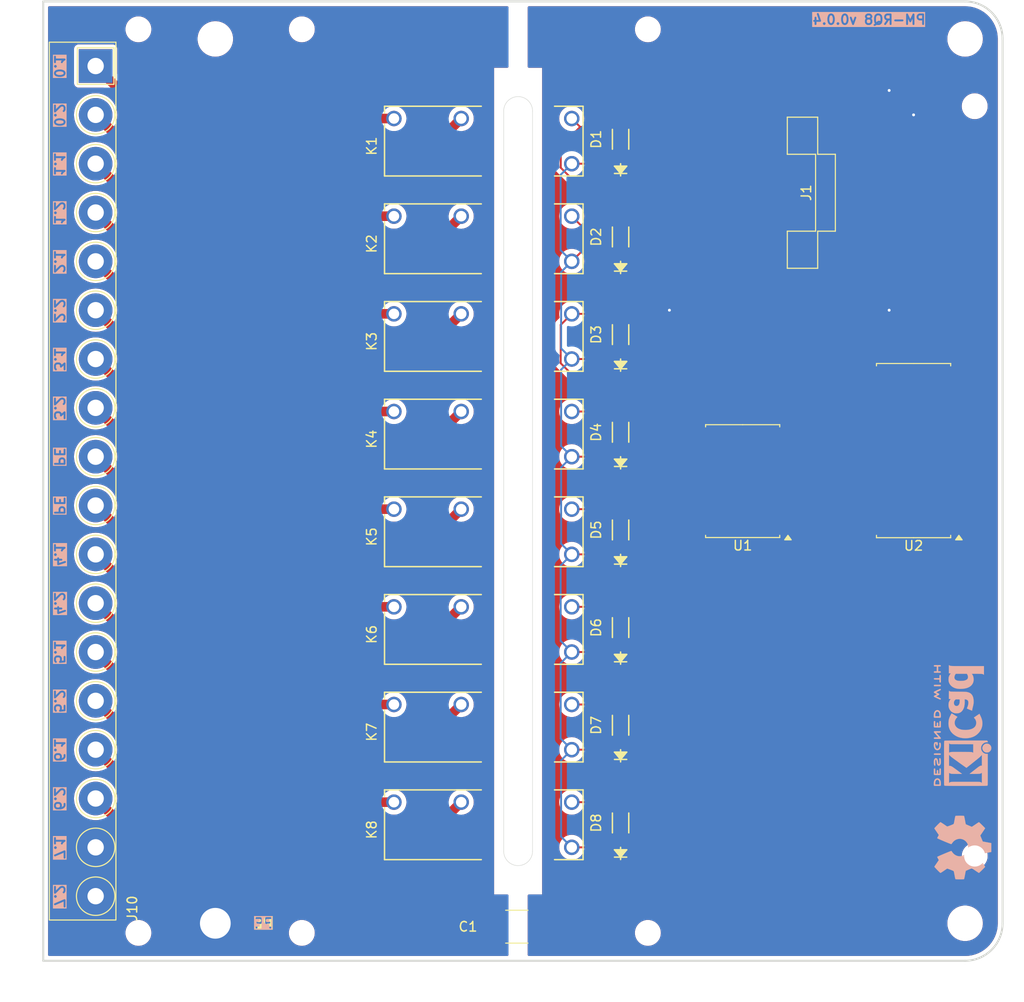
<source format=kicad_pcb>
(kicad_pcb (version 20240108) (generator "pcbnew") (generator_version "8.0")
  (title_block (title "${article} v${version}"))
  (layers (0 "F.Cu" signal) (31 "B.Cu" signal) (34 "B.Paste" user) (35 "F.Paste" user) (36 "B.SilkS" user "B.Silkscreen") (37 "F.SilkS" user "F.Silkscreen") (38 "B.Mask" user) (39 "F.Mask" user) (44 "Edge.Cuts" user))
  (property "article" "PM-RQ8")
  (property "version" "0.0.4")
  (net 0 "")
  (net 1 "GND")
  (net 2 "Net-(J10-Pin_7)")
  (net 3 "Net-(J10-Pin_16)")
  (net 4 "Net-(J10-Pin_5)")
  (net 5 "/K7")
  (net 6 "/K3")
  (net 7 "/K5")
  (net 8 "Net-(J10-Pin_9)")
  (net 9 "/K6")
  (net 10 "/K8")
  (net 11 "/K4")
  (net 12 "/K1")
  (net 13 "/K2")
  (net 14 "Net-(J10-Pin_10)")
  (net 15 "Net-(J10-Pin_4)")
  (net 16 "Net-(J10-Pin_6)")
  (net 17 "Net-(J10-Pin_14)")
  (net 18 "Net-(J10-Pin_8)")
  (net 19 "Net-(J10-Pin_15)")
  (net 20 "Net-(J10-Pin_13)")
  (net 21 "Net-(J10-Pin_12)")
  (net 22 "Net-(J10-Pin_2)")
  (net 23 "Net-(J10-Pin_3)")
  (net 24 "Net-(J10-Pin_1)")
  (net 25 "Net-(J10-Pin_11)")
  (net 26 "+5V")
  (net 27 "PE")
  (net 28 "+3.3V")
  (net 29 "/MOSI")
  (net 30 "/MISO")
  (net 31 "/SCK")
  (net 32 "/K8_exp")
  (net 33 "/K4_exp")
  (net 34 "/K7_exp")
  (net 35 "/K1_exp")
  (net 36 "/K6_exp")
  (net 37 "/K2_exp")
  (net 38 "/K3_exp")
  (net 39 "/K5_exp")
  (net 41 "/CS")
  (footprint "MountingHole:MountingHole_2.2mm_M2" (layer "F.Cu") (at 51.9 53.3)
    (property "Reference" "H8" (hide yes))
    (property "Value" "MountingHole")
    (pad "" np_thru_hole circle (at 0 0) (size 2.2 2.2) (drill 2.2) (layers "*.Cu" "*.Mask"))
  )
  (footprint "kicad_inventree_lib:SOD-323_STM-M" (layer "F.Cu") (at 85.06 95.22 90)
    (property "Reference" "D4" (at 0 -2.54 90) (layer "F.SilkS"))
    (property "Value" "BAT20J")
    (pad "1" smd rect (at -1.143 0 90) (size 1.524 0.5334) (layers "F.Cu" "F.Paste" "F.Mask") (net 26 "+5V"))
    (pad "2" smd rect (at 1.143 0 90) (size 1.524 0.5334) (layers "F.Cu" "F.Paste" "F.Mask") (net 11 "/K4"))
  )
  (footprint "kicad_inventree_lib:G5NB-1A-E_DC12_RELAY_G5NB-1A_DC5_OMR" (layer "F.Cu") (at 61.68 97.76 -90)
    (property "Reference" "K4" (at -1.83 2.51 -90) (layer "F.SilkS"))
    (property "Value" "G5NB-1A-E-DC5")
    (pad "1" thru_hole circle (at -4.7 -18.3 270) (size 1.608 1.608) (drill 1.1) (layers "*.Cu" "*.Mask") (net 11 "/K4"))
    (pad "2" thru_hole circle (at -4.7 -6.8 270) (size 1.608 1.608) (drill 1.1) (layers "*.Cu" "*.Mask") (net 18 "Net-(J10-Pin_8)"))
    (pad "3" thru_hole circle (at -4.7 0.2 270) (size 1.608 1.608) (drill 1.1) (layers "*.Cu" "*.Mask") (net 2 "Net-(J10-Pin_7)"))
    (pad "4" thru_hole circle (at 0 -18.3 270) (size 1.608 1.608) (drill 1.1) (layers "*.Cu" "*.Mask") (net 26 "+5V"))
  )
  (footprint "MountingHole:MountingHole_2.2mm_M2" (layer "F.Cu") (at 121.9 139.3)
    (property "Reference" "H7" (hide yes))
    (property "Value" "MountingHole")
    (pad "" np_thru_hole circle (at 0 0) (size 2.2 2.2) (drill 2.2) (layers "*.Cu" "*.Mask"))
  )
  (footprint "MountingHole:MountingHole_2.2mm_M2" (layer "F.Cu") (at 87.9 147.3)
    (property "Reference" "H6" (hide yes))
    (property "Value" "MountingHole")
    (pad "" np_thru_hole circle (at 0 0) (size 2.2 2.2) (drill 2.2) (layers "*.Cu" "*.Mask"))
  )
  (footprint "MountingHole:MountingHole_2.2mm_M2" (layer "F.Cu") (at 34.9 147.3)
    (property "Reference" "H11" (hide yes))
    (property "Value" "MountingHole")
    (pad "" np_thru_hole circle (at 0 0) (size 2.2 2.2) (drill 2.2) (layers "*.Cu" "*.Mask"))
  )
  (footprint "NextPCB:ULN2803A" (layer "F.Cu") (at 97.76 100.3 180)
    (property "Reference" "U1" (at 0 -6.71 0) (layer "F.SilkS"))
    (property "Value" "ULN2803A")
    (pad "1" smd roundrect (at -4.725 -5.08 180) (size 1.9 0.6) (layers "F.Cu" "F.Paste" "F.Mask") (net 32 "/K8_exp"))
    (pad "2" smd roundrect (at -4.725 -3.81 180) (size 1.9 0.6) (layers "F.Cu" "F.Paste" "F.Mask") (net 34 "/K7_exp"))
    (pad "3" smd roundrect (at -4.725 -2.54 180) (size 1.9 0.6) (layers "F.Cu" "F.Paste" "F.Mask") (net 36 "/K6_exp"))
    (pad "4" smd roundrect (at -4.725 -1.27 180) (size 1.9 0.6) (layers "F.Cu" "F.Paste" "F.Mask") (net 39 "/K5_exp"))
    (pad "5" smd roundrect (at -4.725 0 180) (size 1.9 0.6) (layers "F.Cu" "F.Paste" "F.Mask") (net 33 "/K4_exp"))
    (pad "6" smd roundrect (at -4.725 1.27 180) (size 1.9 0.6) (layers "F.Cu" "F.Paste" "F.Mask") (net 38 "/K3_exp"))
    (pad "7" smd roundrect (at -4.725 2.54 180) (size 1.9 0.6) (layers "F.Cu" "F.Paste" "F.Mask") (net 37 "/K2_exp"))
    (pad "8" smd roundrect (at -4.725 3.81 180) (size 1.9 0.6) (layers "F.Cu" "F.Paste" "F.Mask") (net 35 "/K1_exp"))
    (pad "9" smd roundrect (at -4.725 5.08 180) (size 1.9 0.6) (layers "F.Cu" "F.Paste" "F.Mask") (net 1 "GND"))
    (pad "10" smd roundrect (at 4.725 5.08 180) (size 1.9 0.6) (layers "F.Cu" "F.Paste" "F.Mask") (net 26 "+5V"))
    (pad "11" smd roundrect (at 4.725 3.81 180) (size 1.9 0.6) (layers "F.Cu" "F.Paste" "F.Mask") (net 12 "/K1"))
    (pad "12" smd roundrect (at 4.725 2.54 180) (size 1.9 0.6) (layers "F.Cu" "F.Paste" "F.Mask") (net 13 "/K2"))
    (pad "13" smd roundrect (at 4.725 1.27 180) (size 1.9 0.6) (layers "F.Cu" "F.Paste" "F.Mask") (net 6 "/K3"))
    (pad "14" smd roundrect (at 4.725 0 180) (size 1.9 0.6) (layers "F.Cu" "F.Paste" "F.Mask") (net 11 "/K4"))
    (pad "15" smd roundrect (at 4.725 -1.27 180) (size 1.9 0.6) (layers "F.Cu" "F.Paste" "F.Mask") (net 7 "/K5"))
    (pad "16" smd roundrect (at 4.725 -2.54 180) (size 1.9 0.6) (layers "F.Cu" "F.Paste" "F.Mask") (net 9 "/K6"))
    (pad "17" smd roundrect (at 4.725 -3.81 180) (size 1.9 0.6) (layers "F.Cu" "F.Paste" "F.Mask") (net 5 "/K7"))
    (pad "18" smd roundrect (at 4.725 -5.08 180) (size 1.9 0.6) (layers "F.Cu" "F.Paste" "F.Mask") (net 10 "/K8"))
  )
  (footprint "MountingHole:MountingHole_2.2mm_M2" (layer "F.Cu") (at 87.9 53.3)
    (property "Reference" "H5" (hide yes))
    (property "Value" "MountingHole")
    (pad "" np_thru_hole circle (at 0 0) (size 2.2 2.2) (drill 2.2) (layers "*.Cu" "*.Mask"))
  )
  (footprint "kicad_inventree_lib:G5NB-1A-E_DC12_RELAY_G5NB-1A_DC5_OMR" (layer "F.Cu") (at 61.68 107.92 -90)
    (property "Reference" "K5" (at -1.83 2.51 -90) (layer "F.SilkS"))
    (property "Value" "G5NB-1A-E-DC5")
    (pad "1" thru_hole circle (at -4.7 -18.3 270) (size 1.608 1.608) (drill 1.1) (layers "*.Cu" "*.Mask") (net 7 "/K5"))
    (pad "2" thru_hole circle (at -4.7 -6.8 270) (size 1.608 1.608) (drill 1.1) (layers "*.Cu" "*.Mask") (net 14 "Net-(J10-Pin_10)"))
    (pad "3" thru_hole circle (at -4.7 0.2 270) (size 1.608 1.608) (drill 1.1) (layers "*.Cu" "*.Mask") (net 8 "Net-(J10-Pin_9)"))
    (pad "4" thru_hole circle (at 0 -18.3 270) (size 1.608 1.608) (drill 1.1) (layers "*.Cu" "*.Mask") (net 26 "+5V"))
  )
  (footprint "NextPCB:Degson_2EDGR-5.08-18P" (layer "F.Cu") (at 30.45 57.12 -90)
    (property "Reference" "J10" (at 87.63 -3.81 90) (layer "F.SilkS"))
    (property "Value" "2EDGR-5.08-18P")
    (pad "1" thru_hole rect (at 0 0 270) (size 3.5 3.5) (drill 1.7) (layers "*.Cu" "*.Mask") (net 24 "Net-(J10-Pin_1)"))
    (pad "2" thru_hole circle (at 5.08 0 270) (size 3.5 3.5) (drill 1.7) (layers "*.Cu" "*.Mask") (net 22 "Net-(J10-Pin_2)"))
    (pad "3" thru_hole circle (at 10.16 0 270) (size 3.5 3.5) (drill 1.7) (layers "*.Cu" "*.Mask") (net 23 "Net-(J10-Pin_3)"))
    (pad "4" thru_hole circle (at 15.24 0 270) (size 3.5 3.5) (drill 1.7) (layers "*.Cu" "*.Mask") (net 15 "Net-(J10-Pin_4)"))
    (pad "5" thru_hole circle (at 20.32 0 270) (size 3.5 3.5) (drill 1.7) (layers "*.Cu" "*.Mask") (net 4 "Net-(J10-Pin_5)"))
    (pad "6" thru_hole circle (at 25.4 0 270) (size 3.5 3.5) (drill 1.7) (layers "*.Cu" "*.Mask") (net 16 "Net-(J10-Pin_6)"))
    (pad "7" thru_hole circle (at 30.48 0 270) (size 3.5 3.5) (drill 1.7) (layers "*.Cu" "*.Mask") (net 2 "Net-(J10-Pin_7)"))
    (pad "8" thru_hole circle (at 35.56 0 270) (size 3.5 3.5) (drill 1.7) (layers "*.Cu" "*.Mask") (net 18 "Net-(J10-Pin_8)"))
    (pad "9" thru_hole circle (at 40.64 0 270) (size 3.5 3.5) (drill 1.7) (layers "*.Cu" "*.Mask") (net 8 "Net-(J10-Pin_9)"))
    (pad "10" thru_hole circle (at 45.72 0 270) (size 3.5 3.5) (drill 1.7) (layers "*.Cu" "*.Mask") (net 14 "Net-(J10-Pin_10)"))
    (pad "11" thru_hole circle (at 50.8 0 270) (size 3.5 3.5) (drill 1.7) (layers "*.Cu" "*.Mask") (net 25 "Net-(J10-Pin_11)"))
    (pad "12" thru_hole circle (at 55.88 0 270) (size 3.5 3.5) (drill 1.7) (layers "*.Cu" "*.Mask") (net 21 "Net-(J10-Pin_12)"))
    (pad "13" thru_hole circle (at 60.96 0 270) (size 3.5 3.5) (drill 1.7) (layers "*.Cu" "*.Mask") (net 20 "Net-(J10-Pin_13)"))
    (pad "14" thru_hole circle (at 66.04 0 270) (size 3.5 3.5) (drill 1.7) (layers "*.Cu" "*.Mask") (net 17 "Net-(J10-Pin_14)"))
    (pad "15" thru_hole circle (at 71.12 0 270) (size 3.5 3.5) (drill 1.7) (layers "*.Cu" "*.Mask") (net 19 "Net-(J10-Pin_15)"))
    (pad "16" thru_hole circle (at 76.2 0 270) (size 3.5 3.5) (drill 1.7) (layers "*.Cu" "*.Mask") (net 3 "Net-(J10-Pin_16)"))
    (pad "17" thru_hole circle (at 81.28 0 270) (size 3.5 3.5) (drill 1.7) (layers "*.Cu" "*.Mask") (net 27 "PE"))
    (pad "18" thru_hole circle (at 86.36 0 270) (size 3.5 3.5) (drill 1.7) (layers "*.Cu" "*.Mask") (net 27 "PE"))
  )
  (footprint "MountingHole:MountingHole_3.2mm_M3" (layer "F.Cu") (at 120.9 146.3)
    (property "Reference" "H3" (hide yes))
    (property "Value" "MountingHole" (hide yes))
    (pad "" np_thru_hole circle (at 0 0) (size 3.2 3.2) (drill 3.2) (layers "*.Cu" "*.Mask"))
  )
  (footprint "kicad_inventree_lib:G5NB-1A-E_DC12_RELAY_G5NB-1A_DC5_OMR" (layer "F.Cu") (at 61.68 118.08 -90)
    (property "Reference" "K6" (at -1.83 2.51 -90) (layer "F.SilkS"))
    (property "Value" "G5NB-1A-E-DC5")
    (pad "1" thru_hole circle (at -4.7 -18.3 270) (size 1.608 1.608) (drill 1.1) (layers "*.Cu" "*.Mask") (net 9 "/K6"))
    (pad "2" thru_hole circle (at -4.7 -6.8 270) (size 1.608 1.608) (drill 1.1) (layers "*.Cu" "*.Mask") (net 21 "Net-(J10-Pin_12)"))
    (pad "3" thru_hole circle (at -4.7 0.2 270) (size 1.608 1.608) (drill 1.1) (layers "*.Cu" "*.Mask") (net 25 "Net-(J10-Pin_11)"))
    (pad "4" thru_hole circle (at 0 -18.3 270) (size 1.608 1.608) (drill 1.1) (layers "*.Cu" "*.Mask") (net 26 "+5V"))
  )
  (footprint "kicad_inventree_lib:G5NB-1A-E_DC12_RELAY_G5NB-1A_DC5_OMR" (layer "F.Cu") (at 61.68 138.4 -90)
    (property "Reference" "K8" (at -1.83 2.51 -90) (layer "F.SilkS"))
    (property "Value" "G5NB-1A-E-DC5")
    (pad "1" thru_hole circle (at -4.7 -18.3 270) (size 1.608 1.608) (drill 1.1) (layers "*.Cu" "*.Mask") (net 10 "/K8"))
    (pad "2" thru_hole circle (at -4.7 -6.8 270) (size 1.608 1.608) (drill 1.1) (layers "*.Cu" "*.Mask") (net 3 "Net-(J10-Pin_16)"))
    (pad "3" thru_hole circle (at -4.7 0.2 270) (size 1.608 1.608) (drill 1.1) (layers "*.Cu" "*.Mask") (net 19 "Net-(J10-Pin_15)"))
    (pad "4" thru_hole circle (at 0 -18.3 270) (size 1.608 1.608) (drill 1.1) (layers "*.Cu" "*.Mask") (net 26 "+5V"))
  )
  (footprint "kicad_inventree_lib:G5NB-1A-E_DC12_RELAY_G5NB-1A_DC5_OMR" (layer "F.Cu") (at 61.68 67.28 -90)
    (property "Reference" "K1" (at -1.83 2.51 -90) (layer "F.SilkS"))
    (property "Value" "G5NB-1A-E-DC5")
    (pad "1" thru_hole circle (at -4.7 -18.3 270) (size 1.608 1.608) (drill 1.1) (layers "*.Cu" "*.Mask") (net 12 "/K1"))
    (pad "2" thru_hole circle (at -4.7 -6.8 270) (size 1.608 1.608) (drill 1.1) (layers "*.Cu" "*.Mask") (net 22 "Net-(J10-Pin_2)"))
    (pad "3" thru_hole circle (at -4.7 0.2 270) (size 1.608 1.608) (drill 1.1) (layers "*.Cu" "*.Mask") (net 24 "Net-(J10-Pin_1)"))
    (pad "4" thru_hole circle (at 0 -18.3 270) (size 1.608 1.608) (drill 1.1) (layers "*.Cu" "*.Mask") (net 26 "+5V"))
  )
  (footprint "kicad_inventree_lib:SOD-323_STM-M" (layer "F.Cu") (at 85.06 135.86 90)
    (property "Reference" "D8" (at 0 -2.54 90) (layer "F.SilkS"))
    (property "Value" "BAT20J")
    (pad "1" smd rect (at -1.143 0 90) (size 1.524 0.5334) (layers "F.Cu" "F.Paste" "F.Mask") (net 26 "+5V"))
    (pad "2" smd rect (at 1.143 0 90) (size 1.524 0.5334) (layers "F.Cu" "F.Paste" "F.Mask") (net 10 "/K8"))
  )
  (footprint "MountingHole:MountingHole_2.2mm_M2" (layer "F.Cu") (at 51.9 147.3)
    (property "Reference" "H9" (hide yes))
    (property "Value" "MountingHole")
    (pad "" np_thru_hole circle (at 0 0) (size 2.2 2.2) (drill 2.2) (layers "*.Cu" "*.Mask"))
  )
  (footprint "kicad_inventree_lib:SOD-323_STM-M" (layer "F.Cu") (at 85.06 64.74 90)
    (property "Reference" "D1" (at 0 -2.54 90) (layer "F.SilkS"))
    (property "Value" "BAT20J")
    (pad "1" smd rect (at -1.143 0 90) (size 1.524 0.5334) (layers "F.Cu" "F.Paste" "F.Mask") (net 26 "+5V"))
    (pad "2" smd rect (at 1.143 0 90) (size 1.524 0.5334) (layers "F.Cu" "F.Paste" "F.Mask") (net 12 "/K1"))
  )
  (footprint "MountingHole:MountingHole_3.2mm_M3" (layer "F.Cu") (at 42.9 54.3)
    (property "Reference" "H1" (hide yes))
    (property "Value" "MountingHole" (hide yes))
    (pad "" np_thru_hole circle (at 0 0) (size 3.2 3.2) (drill 3.2) (layers "*.Cu" "*.Mask"))
  )
  (footprint "kicad_inventree_lib:G5NB-1A-E_DC12_RELAY_G5NB-1A_DC5_OMR" (layer "F.Cu") (at 61.68 128.24 -90)
    (property "Reference" "K7" (at -1.83 2.51 -90) (layer "F.SilkS"))
    (property "Value" "G5NB-1A-E-DC5")
    (pad "1" thru_hole circle (at -4.7 -18.3 270) (size 1.608 1.608) (drill 1.1) (layers "*.Cu" "*.Mask") (net 5 "/K7"))
    (pad "2" thru_hole circle (at -4.7 -6.8 270) (size 1.608 1.608) (drill 1.1) (layers "*.Cu" "*.Mask") (net 17 "Net-(J10-Pin_14)"))
    (pad "3" thru_hole circle (at -4.7 0.2 270) (size 1.608 1.608) (drill 1.1) (layers "*.Cu" "*.Mask") (net 20 "Net-(J10-Pin_13)"))
    (pad "4" thru_hole circle (at 0 -18.3 270) (size 1.608 1.608) (drill 1.1) (layers "*.Cu" "*.Mask") (net 26 "+5V"))
  )
  (footprint "kicad_inventree_lib:SOD-323_STM-M" (layer "F.Cu") (at 85.06 105.38 90)
    (property "Reference" "D5" (at 0 -2.54 90) (layer "F.SilkS"))
    (property "Value" "BAT20J")
    (pad "1" smd rect (at -1.143 0 90) (size 1.524 0.5334) (layers "F.Cu" "F.Paste" "F.Mask") (net 26 "+5V"))
    (pad "2" smd rect (at 1.143 0 90) (size 1.524 0.5334) (layers "F.Cu" "F.Paste" "F.Mask") (net 7 "/K5"))
  )
  (footprint "kicad_inventree_lib:SOD-323_STM-M" (layer "F.Cu") (at 85.06 85.06 90)
    (property "Reference" "D3" (at 0 -2.54 90) (layer "F.SilkS"))
    (property "Value" "BAT20J")
    (pad "1" smd rect (at -1.143 0 90) (size 1.524 0.5334) (layers "F.Cu" "F.Paste" "F.Mask") (net 26 "+5V"))
    (pad "2" smd rect (at 1.143 0 90) (size 1.524 0.5334) (layers "F.Cu" "F.Paste" "F.Mask") (net 6 "/K3"))
  )
  (footprint "kicad_inventree_lib:PE" (layer "F.Cu") (at 42.9 146.3)
    (property "Reference" "PE1" (hide yes))
    (property "Value" "PE")
    (pad "1" thru_hole oval (at 0 0) (size 6.35 6.35) (drill 3.2) (layers "*.Cu" "*.Mask") (net 27 "PE"))
  )
  (footprint "kicad_inventree_lib:G5NB-1A-E_DC12_RELAY_G5NB-1A_DC5_OMR" (layer "F.Cu") (at 61.68 87.6 -90)
    (property "Reference" "K3" (at -1.83 2.51 -90) (layer "F.SilkS"))
    (property "Value" "G5NB-1A-E-DC5")
    (pad "1" thru_hole circle (at -4.7 -18.3 270) (size 1.608 1.608) (drill 1.1) (layers "*.Cu" "*.Mask") (net 6 "/K3"))
    (pad "2" thru_hole circle (at -4.7 -6.8 270) (size 1.608 1.608) (drill 1.1) (layers "*.Cu" "*.Mask") (net 16 "Net-(J10-Pin_6)"))
    (pad "3" thru_hole circle (at -4.7 0.2 270) (size 1.608 1.608) (drill 1.1) (layers "*.Cu" "*.Mask") (net 4 "Net-(J10-Pin_5)"))
    (pad "4" thru_hole circle (at 0 -18.3 270) (size 1.608 1.608) (drill 1.1) (layers "*.Cu" "*.Mask") (net 26 "+5V"))
  )
  (footprint "Package_SO:SOIC-28W_7.5x17.9mm_P1.27mm" (layer "F.Cu") (at 115.54 97.125 180)
    (property "Reference" "U2" (at 0 -9.9 0) (layer "F.SilkS"))
    (property "Value" "MCP23S17_SO")
    (pad "1" smd roundrect (at -4.65 -8.255 180) (size 2.05 0.6) (layers "F.Cu" "F.Paste" "F.Mask"))
    (pad "2" smd roundrect (at -4.65 -6.985 180) (size 2.05 0.6) (layers "F.Cu" "F.Paste" "F.Mask"))
    (pad "3" smd roundrect (at -4.65 -5.715 180) (size 2.05 0.6) (layers "F.Cu" "F.Paste" "F.Mask"))
    (pad "4" smd roundrect (at -4.65 -4.445 180) (size 2.05 0.6) (layers "F.Cu" "F.Paste" "F.Mask"))
    (pad "5" smd roundrect (at -4.65 -3.175 180) (size 2.05 0.6) (layers "F.Cu" "F.Paste" "F.Mask"))
    (pad "6" smd roundrect (at -4.65 -1.905 180) (size 2.05 0.6) (layers "F.Cu" "F.Paste" "F.Mask"))
    (pad "7" smd roundrect (at -4.65 -0.635 180) (size 2.05 0.6) (layers "F.Cu" "F.Paste" "F.Mask"))
    (pad "8" smd roundrect (at -4.65 0.635 180) (size 2.05 0.6) (layers "F.Cu" "F.Paste" "F.Mask"))
    (pad "9" smd roundrect (at -4.65 1.905 180) (size 2.05 0.6) (layers "F.Cu" "F.Paste" "F.Mask") (net 28 "+3.3V"))
    (pad "10" smd roundrect (at -4.65 3.175 180) (size 2.05 0.6) (layers "F.Cu" "F.Paste" "F.Mask") (net 1 "GND"))
    (pad "11" smd roundrect (at -4.65 4.445 180) (size 2.05 0.6) (layers "F.Cu" "F.Paste" "F.Mask") (net 41 "/CS"))
    (pad "12" smd roundrect (at -4.65 5.715 180) (size 2.05 0.6) (layers "F.Cu" "F.Paste" "F.Mask") (net 31 "/SCK"))
    (pad "13" smd roundrect (at -4.65 6.985 180) (size 2.05 0.6) (layers "F.Cu" "F.Paste" "F.Mask") (net 29 "/MOSI"))
    (pad "14" smd roundrect (at -4.65 8.255 180) (size 2.05 0.6) (layers "F.Cu" "F.Paste" "F.Mask") (net 30 "/MISO"))
    (pad "15" smd roundrect (at 4.65 8.255 180) (size 2.05 0.6) (layers "F.Cu" "F.Paste" "F.Mask") (net 1 "GND"))
    (pad "16" smd roundrect (at 4.65 6.985 180) (size 2.05 0.6) (layers "F.Cu" "F.Paste" "F.Mask") (net 1 "GND"))
    (pad "17" smd roundrect (at 4.65 5.715 180) (size 2.05 0.6) (layers "F.Cu" "F.Paste" "F.Mask") (net 1 "GND"))
    (pad "18" smd roundrect (at 4.65 4.445 180) (size 2.05 0.6) (layers "F.Cu" "F.Paste" "F.Mask") (net 28 "+3.3V"))
    (pad "19" smd roundrect (at 4.65 3.175 180) (size 2.05 0.6) (layers "F.Cu" "F.Paste" "F.Mask"))
    (pad "20" smd roundrect (at 4.65 1.905 180) (size 2.05 0.6) (layers "F.Cu" "F.Paste" "F.Mask"))
    (pad "21" smd roundrect (at 4.65 0.635 180) (size 2.05 0.6) (layers "F.Cu" "F.Paste" "F.Mask") (net 35 "/K1_exp"))
    (pad "22" smd roundrect (at 4.65 -0.635 180) (size 2.05 0.6) (layers "F.Cu" "F.Paste" "F.Mask") (net 37 "/K2_exp"))
    (pad "23" smd roundrect (at 4.65 -1.905 180) (size 2.05 0.6) (layers "F.Cu" "F.Paste" "F.Mask") (net 38 "/K3_exp"))
    (pad "24" smd roundrect (at 4.65 -3.175 180) (size 2.05 0.6) (layers "F.Cu" "F.Paste" "F.Mask") (net 33 "/K4_exp"))
    (pad "25" smd roundrect (at 4.65 -4.445 180) (size 2.05 0.6) (layers "F.Cu" "F.Paste" "F.Mask") (net 39 "/K5_exp"))
    (pad "26" smd roundrect (at 4.65 -5.715 180) (size 2.05 0.6) (layers "F.Cu" "F.Paste" "F.Mask") (net 36 "/K6_exp"))
    (pad "27" smd roundrect (at 4.65 -6.985 180) (size 2.05 0.6) (layers "F.Cu" "F.Paste" "F.Mask") (net 34 "/K7_exp"))
    (pad "28" smd roundrect (at 4.65 -8.255 180) (size 2.05 0.6) (layers "F.Cu" "F.Paste" "F.Mask") (net 32 "/K8_exp"))
  )
  (footprint "kicad_inventree_lib:G5NB-1A-E_DC12_RELAY_G5NB-1A_DC5_OMR" (layer "F.Cu") (at 61.68 77.44 -90)
    (property "Reference" "K2" (at -1.83 2.51 -90) (layer "F.SilkS"))
    (property "Value" "G5NB-1A-E-DC5")
    (pad "1" thru_hole circle (at -4.7 -18.3 270) (size 1.608 1.608) (drill 1.1) (layers "*.Cu" "*.Mask") (net 13 "/K2"))
    (pad "2" thru_hole circle (at -4.7 -6.8 270) (size 1.608 1.608) (drill 1.1) (layers "*.Cu" "*.Mask") (net 15 "Net-(J10-Pin_4)"))
    (pad "3" thru_hole circle (at -4.7 0.2 270) (size 1.608 1.608) (drill 1.1) (layers "*.Cu" "*.Mask") (net 23 "Net-(J10-Pin_3)"))
    (pad "4" thru_hole circle (at 0 -18.3 270) (size 1.608 1.608) (drill 1.1) (layers "*.Cu" "*.Mask") (net 26 "+5V"))
  )
  (footprint "MountingHole:MountingHole_2.2mm_M2" (layer "F.Cu") (at 121.9 61.3)
    (property "Reference" "H4" (hide yes))
    (property "Value" "MountingHole")
    (pad "" np_thru_hole circle (at 0 0) (size 2.2 2.2) (drill 2.2) (layers "*.Cu" "*.Mask"))
  )
  (footprint "Capacitor_SMD:C_1812_4532Metric_Pad1.57x3.40mm_HandSolder" (layer "F.Cu") (at 74.265 146.655)
    (property "Reference" "C1" (at -5.08 0 0) (layer "F.SilkS"))
    (property "Value" "4.7nF 2kV")
    (pad "1" smd roundrect (at -2.1375 0) (size 1.575 3.4) (layers "F.Cu" "F.Paste" "F.Mask") (roundrect_rratio 0.15873) (net 27 "PE"))
    (pad "2" smd roundrect (at 2.1375 0) (size 1.575 3.4) (layers "F.Cu" "F.Paste" "F.Mask") (roundrect_rratio 0.15873) (net 1 "GND"))
  )
  (footprint "kicad_inventree_lib:X10B25L08T" (layer "F.Cu") (at 106.375 70.3 -90)
    (property "Reference" "J1" (at 0 2 90) (layer "F.SilkS"))
    (property "Value" "X10B25L08T")
    (pad "0" smd rect (at -6.25 2.45 270) (size 2.5 2.8) (layers "F.Cu" "F.Paste" "F.Mask"))
    (pad "0" smd rect (at 6.25 2.45 270) (size 2.5 2.8) (layers "F.Cu" "F.Paste" "F.Mask"))
    (pad "1" smd rect (at -3.5 0 270) (size 0.6 1.7) (layers "F.Cu" "F.Paste" "F.Mask") (net 26 "+5V"))
    (pad "2" smd rect (at -2.5 0 270) (size 0.6 1.7) (layers "F.Cu" "F.Paste" "F.Mask") (net 28 "+3.3V"))
    (pad "3" smd rect (at -1.5 0 270) (size 0.6 1.7) (layers "F.Cu" "F.Paste" "F.Mask"))
    (pad "4" smd rect (at -0.5 0 270) (size 0.6 1.7) (layers "F.Cu" "F.Paste" "F.Mask") (net 29 "/MOSI"))
    (pad "5" smd rect (at 0.5 0 270) (size 0.6 1.7) (layers "F.Cu" "F.Paste" "F.Mask") (net 30 "/MISO"))
    (pad "6" smd rect (at 1.5 0 270) (size 0.6 1.7) (layers "F.Cu" "F.Paste" "F.Mask") (net 31 "/SCK"))
    (pad "7" smd rect (at 2.5 0 270) (size 0.6 1.7) (layers "F.Cu" "F.Paste" "F.Mask") (net 41 "/CS"))
    (pad "8" smd rect (at 3.5 0 270) (size 0.6 1.7) (layers "F.Cu" "F.Paste" "F.Mask") (net 1 "GND"))
  )
  (footprint "MountingHole:MountingHole_2.2mm_M2" (layer "F.Cu") (at 34.9 53.3)
    (property "Reference" "H10" (hide yes))
    (property "Value" "MountingHole")
    (pad "" np_thru_hole circle (at 0 0) (size 2.2 2.2) (drill 2.2) (layers "*.Cu" "*.Mask"))
  )
  (footprint "kicad_inventree_lib:SOD-323_STM-M" (layer "F.Cu") (at 85.06 125.7 90)
    (property "Reference" "D7" (at 0 -2.54 90) (layer "F.SilkS"))
    (property "Value" "BAT20J")
    (pad "1" smd rect (at -1.143 0 90) (size 1.524 0.5334) (layers "F.Cu" "F.Paste" "F.Mask") (net 26 "+5V"))
    (pad "2" smd rect (at 1.143 0 90) (size 1.524 0.5334) (layers "F.Cu" "F.Paste" "F.Mask") (net 5 "/K7"))
  )
  (footprint "kicad_inventree_lib:SOD-323_STM-M" (layer "F.Cu") (at 85.06 115.54 90)
    (property "Reference" "D6" (at 0 -2.54 90) (layer "F.SilkS"))
    (property "Value" "BAT20J")
    (pad "1" smd rect (at -1.143 0 90) (size 1.524 0.5334) (layers "F.Cu" "F.Paste" "F.Mask") (net 26 "+5V"))
    (pad "2" smd rect (at 1.143 0 90) (size 1.524 0.5334) (layers "F.Cu" "F.Paste" "F.Mask") (net 9 "/K6"))
  )
  (footprint "MountingHole:MountingHole_3.2mm_M3" (layer "F.Cu") (at 120.9 54.3)
    (property "Reference" "H2" (hide yes))
    (property "Value" "MountingHole" (hide yes))
    (pad "" np_thru_hole circle (at 0 0) (size 3.2 3.2) (drill 3.2) (layers "*.Cu" "*.Mask"))
  )
  (footprint "kicad_inventree_lib:SOD-323_STM-M" (layer "F.Cu") (at 85.06 74.9 90)
    (property "Reference" "D2" (at 0 -2.54 90) (layer "F.SilkS"))
    (property "Value" "BAT20J")
    (pad "1" smd rect (at -1.143 0 90) (size 1.524 0.5334) (layers "F.Cu" "F.Paste" "F.Mask") (net 26 "+5V"))
    (pad "2" smd rect (at 1.143 0 90) (size 1.524 0.5334) (layers "F.Cu" "F.Paste" "F.Mask") (net 13 "/K2"))
  )
  (footprint "Symbol:OSHW-Symbol_6.7x6mm_SilkScreen" (layer "B.Cu") (at 120.65 138.43 90)
    (property "Reference" "oshw_logo" (hide yes))
    (property "Value" "OSHW-Symbol_6.7x6mm_SilkScreen" (hide yes))
  )
  (footprint "Symbol:KiCad-Logo2_5mm_SilkScreen" (layer "B.Cu") (at 120.65 125.73 90)
    (property "Reference" "kicad_logo" (hide yes))
    (property "Value" "KiCad-Logo2_5mm_SilkScreen" (hide yes))
  )
  (gr_arc (start 120.9 50.4) (mid 123.657716 51.542284) (end 124.8 54.3) (stroke (width 0.2)) (layer "Edge.Cuts"))
  (gr_line (start 25 50.4) (end 25 150.2) (stroke (width 0.2)) (layer "Edge.Cuts"))
  (gr_line (start 75.9 138.8) (end 75.9 61.8) (stroke (width 0.05)) (layer "Edge.Cuts"))
  (gr_arc (start 72.9 61.8) (mid 74.4 60.3) (end 75.9 61.8) (stroke (width 0.05)) (layer "Edge.Cuts"))
  (gr_line (start 120.9 50.4) (end 25 50.4) (stroke (width 0.2)) (layer "Edge.Cuts"))
  (gr_line (start 124.8 146.3) (end 124.8 54.3) (stroke (width 0.2)) (layer "Edge.Cuts"))
  (gr_arc (start 75.9 138.8) (mid 74.4 140.3) (end 72.9 138.8) (stroke (width 0.05)) (layer "Edge.Cuts"))
  (gr_arc (start 124.8 146.3) (mid 123.657716 149.057716) (end 120.9 150.2) (stroke (width 0.2)) (layer "Edge.Cuts"))
  (gr_line (start 72.9 61.8) (end 72.9 138.8) (stroke (width 0.05)) (layer "Edge.Cuts"))
  (gr_line (start 25 150.2) (end 120.9 150.2) (stroke (width 0.2)) (layer "Edge.Cuts"))
  (gr_text "PE" (at 26.67 97.79 270) (layer "B.SilkS" knockout) (effects (font (size 1 1) (thickness 0.2) (bold yes)) (justify mirror)))
  (gr_text "0.2" (at 26.67 62.23 270) (layer "B.SilkS" knockout) (effects (font (size 1 1) (thickness 0.2) (bold yes)) (justify mirror)))
  (gr_text "7.2" (at 26.67 143.51 270) (layer "B.SilkS" knockout) (effects (font (size 1 1) (thickness 0.2) (bold yes)) (justify mirror)))
  (gr_text "2.2" (at 26.67 82.55 270) (layer "B.SilkS" knockout) (effects (font (size 1 1) (thickness 0.2) (bold yes)) (justify mirror)))
  (gr_text "1.1" (at 26.67 67.31 270) (layer "B.SilkS" knockout) (effects (font (size 1 1) (thickness 0.2) (bold yes)) (justify mirror)))
  (gr_text "${article} v${version}" (at 116.9 52.3 0) (layer "B.SilkS" knockout) (effects (font (size 1 1) (thickness 0.2) (bold yes)) (justify left mirror)))
  (gr_text "2.1" (at 26.67 77.47 270) (layer "B.SilkS" knockout) (effects (font (size 1 1) (thickness 0.2) (bold yes)) (justify mirror)))
  (gr_text "7.1" (at 26.67 138.43 270) (layer "B.SilkS" knockout) (effects (font (size 1 1) (thickness 0.2) (bold yes)) (justify mirror)))
  (gr_text "0.1" (at 26.67 57.15 270) (layer "B.SilkS" knockout) (effects (font (size 1 1) (thickness 0.2) (bold yes)) (justify mirror)))
  (gr_text "4.1" (at 26.67 107.95 270) (layer "B.SilkS" knockout) (effects (font (size 1 1) (thickness 0.2) (bold yes)) (justify mirror)))
  (gr_text "4.2" (at 26.67 113.03 270) (layer "B.SilkS" knockout) (effects (font (size 1 1) (thickness 0.2) (bold yes)) (justify mirror)))
  (gr_text "6.1" (at 26.67 128.27 270) (layer "B.SilkS" knockout) (effects (font (size 1 1) (thickness 0.2) (bold yes)) (justify mirror)))
  (gr_text "PE" (at 26.67 102.87 270) (layer "B.SilkS" knockout) (effects (font (size 1 1) (thickness 0.2) (bold yes)) (justify mirror)))
  (gr_text "PE" (at 47.9 146.3 -0) (layer "B.SilkS" knockout) (effects (font (size 1 1) (thickness 0.2) (bold yes)) (justify mirror)))
  (gr_text "5.1" (at 26.67 118.11 270) (layer "B.SilkS" knockout) (effects (font (size 1 1) (thickness 0.2) (bold yes)) (justify mirror)))
  (gr_text "3.1" (at 26.67 87.63 270) (layer "B.SilkS" knockout) (effects (font (size 1 1) (thickness 0.2) (bold yes)) (justify mirror)))
  (gr_text "6.2" (at 26.67 133.35 270) (layer "B.SilkS" knockout) (effects (font (size 1 1) (thickness 0.2) (bold yes)) (justify mirror)))
  (gr_text "1.2" (at 26.67 72.39 270) (layer "B.SilkS" knockout) (effects (font (size 1 1) (thickness 0.2) (bold yes)) (justify mirror)))
  (gr_text "5.2" (at 26.67 123.19 270) (layer "B.SilkS" knockout) (effects (font (size 1 1) (thickness 0.2) (bold yes)) (justify mirror)))
  (gr_text "3.2" (at 26.67 92.71 270) (layer "B.SilkS" knockout) (effects (font (size 1 1) (thickness 0.2) (bold yes)) (justify mirror)))
  (gr_text "PE" (at 47.9 146.3 0) (layer "F.SilkS" knockout) (effects (font (size 1 1) (thickness 0.2) (bold yes))))
  (via (at 113 82.52) (size 0.6) (drill 0.3) (layers "F.Cu" "B.Cu") (net 1))
  (via (at 113 59.66) (size 0.6) (drill 0.3) (layers "F.Cu" "B.Cu") (net 1))
  (via (at 115.54 62.2) (size 0.6) (drill 0.3) (layers "F.Cu" "B.Cu") (net 1))
  (via (at 90.14 82.52) (size 0.6) (drill 0.3) (layers "F.Cu" "B.Cu") (net 1))
  (segment (start 35.91 93.06) (end 61.48 93.06) (width 1) (layer "F.Cu") (net 2))
  (segment (start 30.45 87.6) (end 35.91 93.06) (width 1) (layer "F.Cu") (net 2))
  (segment (start 30.45 133.32) (end 32.634 135.504) (width 1) (layer "F.Cu") (net 3))
  (segment (start 32.634 135.504) (end 66.676 135.504) (width 1) (layer "F.Cu") (net 3))
  (segment (start 66.676 135.504) (end 68.48 133.7) (width 1) (layer "F.Cu") (net 3))
  (segment (start 35.91 82.9) (end 61.48 82.9) (width 1) (layer "F.Cu") (net 4))
  (segment (start 30.45 77.44) (end 35.91 82.9) (width 1) (layer "F.Cu") (net 4))
  (segment (start 92.7091 104.11) (end 89.1833 107.6358) (width 0.2) (layer "F.Cu") (net 5))
  (segment (start 89.1833 107.6358) (end 89.1833 117.8313) (width 0.2) (layer "F.Cu") (net 5))
  (segment (start 83.4746 123.54) (end 84.4916 124.557) (width 0.2) (layer "F.Cu") (net 5))
  (segment (start 93.035 104.11) (end 92.7091 104.11) (width 0.2) (layer "F.Cu") (net 5))
  (segment (start 89.1833 117.8313) (end 83.4746 123.54) (width 0.2) (layer "F.Cu") (net 5))
  (segment (start 79.98 123.54) (end 83.4746 123.54) (width 0.2) (layer "F.Cu") (net 5))
  (segment (start 85.06 124.557) (end 84.4916 124.557) (width 0.2) (layer "F.Cu") (net 5))
  (segment (start 91.5673 99.03) (end 81.6387 89.1014) (width 0.2) (layer "F.Cu") (net 6))
  (segment (start 79.98 82.9) (end 83.4746 82.9) (width 0.2) (layer "F.Cu") (net 6))
  (segment (start 93.035 99.03) (end 91.5673 99.03) (width 0.2) (layer "F.Cu") (net 6))
  (segment (start 83.4746 82.9) (end 84.4916 83.917) (width 0.2) (layer "F.Cu") (net 6))
  (segment (start 78.8291 84.0509) (end 79.98 82.9) (width 0.2) (layer "F.Cu") (net 6))
  (segment (start 81.6387 89.1014) (end 79.8941 89.1014) (width 0.2) (layer "F.Cu") (net 6))
  (segment (start 79.8941 89.1014) (end 78.8291 88.0364) (width 0.2) (layer "F.Cu") (net 6))
  (segment (start 78.8291 88.0364) (end 78.8291 84.0509) (width 0.2) (layer "F.Cu") (net 6))
  (segment (start 85.06 83.917) (end 84.4916 83.917) (width 0.2) (layer "F.Cu") (net 6))
  (segment (start 85.06 104.237) (end 85.6284 104.237) (width 0.2) (layer "F.Cu") (net 7))
  (segment (start 93.035 101.57) (end 88.2954 101.57) (width 0.2) (layer "F.Cu") (net 7))
  (segment (start 79.98 103.22) (end 83.4746 103.22) (width 0.2) (layer "F.Cu") (net 7))
  (segment (start 83.4746 103.22) (end 84.4916 104.237) (width 0.2) (layer "F.Cu") (net 7))
  (segment (start 88.2954 101.57) (end 85.6284 104.237) (width 0.2) (layer "F.Cu") (net 7))
  (segment (start 85.06 104.237) (end 84.4916 104.237) (width 0.2) (layer "F.Cu") (net 7))
  (segment (start 35.91 103.22) (end 61.48 103.22) (width 1) (layer "F.Cu") (net 8))
  (segment (start 30.45 97.76) (end 35.91 103.22) (width 1) (layer "F.Cu") (net 8))
  (segment (start 83.4746 112.0606) (end 83.4746 113.38) (width 0.2) (layer "F.Cu") (net 9))
  (segment (start 83.4746 113.38) (end 84.4916 114.397) (width 0.2) (layer "F.Cu") (net 9))
  (segment (start 93.035 102.84) (end 92.6952 102.84) (width 0.2) (layer "F.Cu") (net 9))
  (segment (start 92.6952 102.84) (end 83.4746 112.0606) (width 0.2) (layer "F.Cu") (net 9))
  (segment (start 79.98 113.38) (end 83.4746 113.38) (width 0.2) (layer "F.Cu") (net 9))
  (segment (start 85.06 114.397) (end 84.4916 114.397) (width 0.2) (layer "F.Cu") (net 9))
  (segment (start 79.98 133.7) (end 83.4746 133.7) (width 0.2) (layer "F.Cu") (net 10))
  (segment (start 85.06 134.717) (end 84.4916 134.717) (width 0.2) (layer "F.Cu") (net 10))
  (segment (start 83.4746 133.7) (end 84.4916 134.717) (width 0.2) (layer "F.Cu") (net 10))
  (segment (start 93.035 124.1396) (end 83.4746 133.7) (width 0.2) (layer "F.Cu") (net 10))
  (segment (start 93.035 105.38) (end 93.035 124.1396) (width 0.2) (layer "F.Cu") (net 10))
  (segment (start 79.98 93.06) (end 83.4746 93.06) (width 0.2) (layer "F.Cu") (net 11))
  (segment (start 85.06 94.077) (end 84.4916 94.077) (width 0.2) (layer "F.Cu") (net 11))
  (segment (start 83.4746 93.06) (end 84.4916 94.077) (width 0.2) (layer "F.Cu") (net 11))
  (segment (start 93.035 100.3) (end 91.8514 100.3) (width 0.2) (layer "F.Cu") (net 11))
  (segment (start 85.06 94.077) (end 85.6284 94.077) (width 0.2) (layer "F.Cu") (net 11))
  (segment (start 91.8514 100.3) (end 85.6284 94.077) (width 0.2) (layer "F.Cu") (net 11))
  (segment (start 80.8537 63.4536) (end 78.8364 65.4709) (width 0.2) (layer "F.Cu") (net 12))
  (segment (start 82.8124 71.6763) (end 84.521 71.6763) (width 0.2) (layer "F.Cu") (net 12))
  (segment (start 84.4916 63.597) (end 84.3482 63.4536) (width 0.2) (layer "F.Cu") (net 12))
  (segment (start 85.06 63.597) (end 84.4916 63.597) (width 0.2) (layer "F.Cu") (net 12))
  (segment (start 91.4663 95.2586) (end 92.6977 96.49) (width 0.2) (layer "F.Cu") (net 12))
  (segment (start 84.521 71.6763) (end 91.4663 78.6216) (width 0.2) (layer "F.Cu") (net 12))
  (segment (start 78.8364 67.7003) (end 82.8124 71.6763) (width 0.2) (layer "F.Cu") (net 12))
  (segment (start 91.4663 78.6216) (end 91.4663 95.2586) (width 0.2) (layer "F.Cu") (net 12))
  (segment (start 78.8364 65.4709) (end 78.8364 67.7003) (width 0.2) (layer "F.Cu") (net 12))
  (segment (start 84.3482 63.4536) (end 80.8537 63.4536) (width 0.2) (layer "F.Cu") (net 12))
  (segment (start 92.6977 96.49) (end 93.035 96.49) (width 0.2) (layer "F.Cu") (net 12))
  (segment (start 79.98 62.58) (end 80.8537 63.4536) (width 0.2) (layer "F.Cu") (net 12))
  (segment (start 80.997 73.757) (end 85.06 73.757) (width 0.2) (layer "F.Cu") (net 13))
  (segment (start 79.98 72.74) (end 80.997 73.757) (width 0.2) (layer "F.Cu") (net 13))
  (segment (start 92.658 97.76) (end 93.035 97.76) (width 0.2) (layer "F.Cu") (net 13))
  (segment (start 85.6284 90.7304) (end 92.658 97.76) (width 0.2) (layer "F.Cu") (net 13))
  (segment (start 85.6284 73.757) (end 85.6284 90.7304) (width 0.2) (layer "F.Cu") (net 13))
  (segment (start 85.06 73.757) (end 85.6284 73.757) (width 0.2) (layer "F.Cu") (net 13))
  (segment (start 30.45 102.84) (end 32.634 105.024) (width 1) (layer "F.Cu") (net 14))
  (segment (start 32.634 105.024) (end 66.676 105.024) (width 1) (layer "F.Cu") (net 14))
  (segment (start 66.676 105.024) (end 68.48 103.22) (width 1) (layer "F.Cu") (net 14))
  (segment (start 66.676 74.544) (end 68.48 72.74) (width 1) (layer "F.Cu") (net 15))
  (segment (start 30.45 72.36) (end 32.634 74.544) (width 1) (layer "F.Cu") (net 15))
  (segment (start 32.634 74.544) (end 66.676 74.544) (width 1) (layer "F.Cu") (net 15))
  (segment (start 30.45 82.52) (end 32.634 84.704) (width 1) (layer "F.Cu") (net 16))
  (segment (start 66.676 84.704) (end 68.48 82.9) (width 1) (layer "F.Cu") (net 16))
  (segment (start 32.634 84.704) (end 66.676 84.704) (width 1) (layer "F.Cu") (net 16))
  (segment (start 32.634 125.344) (end 66.676 125.344) (width 1) (layer "F.Cu") (net 17))
  (segment (start 30.45 123.16) (end 32.634 125.344) (width 1) (layer "F.Cu") (net 17))
  (segment (start 66.676 125.344) (end 68.48 123.54) (width 1) (layer "F.Cu") (net 17))
  (segment (start 30.45 92.68) (end 32.634 94.864) (width 1) (layer "F.Cu") (net 18))
  (segment (start 66.676 94.864) (end 68.48 93.06) (width 1) (layer "F.Cu") (net 18))
  (segment (start 32.634 94.864) (end 66.676 94.864) (width 1) (layer "F.Cu") (net 18))
  (segment (start 30.45 128.24) (end 35.91 133.7) (width 1) (layer "F.Cu") (net 19))
  (segment (start 35.91 133.7) (end 61.48 133.7) (width 1) (layer "F.Cu") (net 19))
  (segment (start 35.91 123.54) (end 61.48 123.54) (width 1) (layer "F.Cu") (net 20))
  (segment (start 30.45 118.08) (end 35.91 123.54) (width 1) (layer "F.Cu") (net 20))
  (segment (start 66.676 115.184) (end 68.48 113.38) (width 1) (layer "F.Cu") (net 21))
  (segment (start 32.634 115.184) (end 66.676 115.184) (width 1) (layer "F.Cu") (net 21))
  (segment (start 30.45 113) (end 32.634 115.184) (width 1) (layer "F.Cu") (net 21))
  (segment (start 32.634 64.384) (end 66.676 64.384) (width 1) (layer "F.Cu") (net 22))
  (segment (start 66.676 64.384) (end 68.48 62.58) (width 1) (layer "F.Cu") (net 22))
  (segment (start 30.45 62.2) (end 32.634 64.384) (width 1) (layer "F.Cu") (net 22))
  (segment (start 35.91 72.74) (end 61.48 72.74) (width 1) (layer "F.Cu") (net 23))
  (segment (start 30.45 67.28) (end 35.91 72.74) (width 1) (layer "F.Cu") (net 23))
  (segment (start 30.45 57.12) (end 35.91 62.58) (width 1) (layer "F.Cu") (net 24))
  (segment (start 35.91 62.58) (end 61.48 62.58) (width 1) (layer "F.Cu") (net 24))
  (segment (start 30.45 107.92) (end 35.91 113.38) (width 1) (layer "F.Cu") (net 25))
  (segment (start 35.91 113.38) (end 61.48 113.38) (width 1) (layer "F.Cu") (net 25))
  (segment (start 83.0946 97.76) (end 84.4916 96.363) (width 0.2) (layer "F.Cu") (net 26))
  (segment (start 94.0499 100.9081) (end 90.1735 100.9081) (width 0.2) (layer "F.Cu") (net 26))
  (segment (start 85.06 96.363) (end 85.6284 96.363) (width 0.2) (layer "F.Cu") (net 26))
  (segment (start 85.06 126.843) (end 84.4916 126.843) (width 0.2) (layer "F.Cu") (net 26))
  (segment (start 93.035 95.22) (end 93.3874 95.22) (width 0.2) (layer "F.Cu") (net 26))
  (segment (start 83.0946 118.08) (end 84.4916 116.683) (width 0.2) (layer "F.Cu") (net 26))
  (segment (start 79.98 118.08) (end 83.0946 118.08) (width 0.2) (layer "F.Cu") (net 26))
  (segment (start 83.0946 67.28) (end 84.4916 65.883) (width 0.2) (layer "F.Cu") (net 26))
  (segment (start 106.375 66.8) (end 105.2233 66.8) (width 0.2) (layer "F.Cu") (net 26))
  (segment (start 83.0946 107.92) (end 84.4916 106.523) (width 0.2) (layer "F.Cu") (net 26))
  (segment (start 85.06 86.203) (end 84.4916 86.203) (width 0.2) (layer "F.Cu") (net 26))
  (segment (start 79.98 97.76) (end 83.0946 97.76) (width 0.2) (layer "F.Cu") (net 26))
  (segment (start 79.98 128.24) (end 83.0946 128.24) (width 0.2) (layer "F.Cu") (net 26))
  (segment (start 85.06 65.883) (end 104.3063 65.883) (width 0.2) (layer "F.Cu") (net 26))
  (segment (start 85.06 76.043) (end 81.377 76.043) (width 0.2) (layer "F.Cu") (net 26))
  (segment (start 83.0946 128.24) (end 84.4916 126.843) (width 0.2) (layer "F.Cu") (net 26))
  (segment (start 83.0946 138.4) (end 84.4916 137.003) (width 0.2) (layer "F.Cu") (net 26))
  (segment (start 79.98 87.6) (end 83.0946 87.6) (width 0.2) (layer "F.Cu") (net 26))
  (segment (start 83.0946 87.6) (end 84.4916 86.203) (width 0.2) (layer "F.Cu") (net 26))
  (segment (start 104.3063 65.883) (end 105.2233 66.8) (width 0.2) (layer "F.Cu") (net 26))
  (segment (start 85.06 137.003) (end 84.4916 137.003) (width 0.2) (layer "F.Cu") (net 26))
  (segment (start 94.3187 100.6393) (end 94.0499 100.9081) (width 0.2) (layer "F.Cu") (net 26))
  (segment (start 79.98 107.92) (end 83.0946 107.92) (width 0.2) (layer "F.Cu") (net 26))
  (segment (start 81.377 76.043) (end 79.98 77.44) (width 0.2) (layer "F.Cu") (net 26))
  (segment (start 85.06 116.683) (end 84.4916 116.683) (width 0.2) (layer "F.Cu") (net 26))
  (segment (start 93.3874 95.22) (end 94.3187 96.1513) (width 0.2) (layer "F.Cu") (net 26))
  (segment (start 84.7758 65.883) (end 84.4916 65.883) (width 0.2) (layer "F.Cu") (net 26))
  (segment (start 79.98 67.28) (end 83.0946 67.28) (width 0.2) (layer "F.Cu") (net 26))
  (segment (start 84.7758 65.883) (end 85.06 65.883) (width 0.2) (layer "F.Cu") (net 26))
  (segment (start 85.06 96.363) (end 84.4916 96.363) (width 0.2) (layer "F.Cu") (net 26))
  (segment (start 85.06 106.523) (end 84.4916 106.523) (width 0.2) (layer "F.Cu") (net 26))
  (segment (start 79.98 138.4) (end 83.0946 138.4) (width 0.2) (layer "F.Cu") (net 26))
  (segment (start 90.1735 100.9081) (end 85.6284 96.363) (width 0.2) (layer "F.Cu") (net 26))
  (segment (start 94.3187 96.1513) (end 94.3187 100.6393) (width 0.2) (layer "F.Cu") (net 26))
  (segment (start 78.8743 106.8143) (end 78.8743 98.8657) (width 0.2) (layer "B.Cu") (net 26))
  (segment (start 78.8743 78.5457) (end 79.98 77.44) (width 0.2) (layer "B.Cu") (net 26))
  (segment (start 78.8269 68.4331) (end 79.98 67.28) (width 0.2) (layer "B.Cu") (net 26))
  (segment (start 79.98 87.6) (end 78.8743 88.7057) (width 0.2) (layer "B.Cu") (net 26))
  (segment (start 79.98 128.24) (end 78.8269 127.0869) (width 0.2) (layer "B.Cu") (net 26))
  (segment (start 78.8703 129.3497) (end 78.8703 137.2903) (width 0.2) (layer "B.Cu") (net 26))
  (segment (start 78.8269 116.9269) (end 78.8269 109.0731) (width 0.2) (layer "B.Cu") (net 26))
  (segment (start 78.8269 119.2331) (end 79.98 118.08) (width 0.2) (layer "B.Cu") (net 26))
  (segment (start 78.8269 76.2869) (end 78.8269 68.4331) (width 0.2) (layer "B.Cu") (net 26))
  (segment (start 79.98 77.44) (end 78.8269 76.2869) (width 0.2) (layer "B.Cu") (net 26))
  (segment (start 78.8743 88.7057) (end 78.8743 96.6543) (width 0.2) (layer "B.Cu") (net 26))
  (segment (start 78.8269 109.0731) (end 79.98 107.92) (width 0.2) (layer "B.Cu") (net 26))
  (segment (start 78.8269 127.0869) (end 78.8269 119.2331) (width 0.2) (layer "B.Cu") (net 26))
  (segment (start 78.8743 98.8657) (end 79.98 97.76) (width 0.2) (layer "B.Cu") (net 26))
  (segment (start 79.98 118.08) (end 78.8269 116.9269) (width 0.2) (layer "B.Cu") (net 26))
  (segment (start 78.8703 137.2903) (end 79.98 138.4) (width 0.2) (layer "B.Cu") (net 26))
  (segment (start 78.8743 96.6543) (end 79.98 97.76) (width 0.2) (layer "B.Cu") (net 26))
  (segment (start 79.98 87.6) (end 78.8743 86.4943) (width 0.2) (layer "B.Cu") (net 26))
  (segment (start 79.98 107.92) (end 78.8743 106.8143) (width 0.2) (layer "B.Cu") (net 26))
  (segment (start 78.8743 86.4943) (end 78.8743 78.5457) (width 0.2) (layer "B.Cu") (net 26))
  (segment (start 79.98 128.24) (end 78.8703 129.3497) (width 0.2) (layer "B.Cu") (net 26))
  (segment (start 110.89 92.68) (end 111.2825 92.68) (width 0.2) (layer "F.Cu") (net 28))
  (segment (start 112.2178 87.9195) (end 102.2233 77.925) (width 0.2) (layer "F.Cu") (net 28))
  (segment (start 111.2825 92.68) (end 111.3992 92.68) (width 0.2) (layer "F.Cu") (net 28))
  (segment (start 102.2233 70.8) (end 105.2233 67.8) (width 0.2) (layer "F.Cu") (net 28))
  (segment (start 111.3992 92.68) (end 113.9392 95.22) (width 0.2) (layer "F.Cu") (net 28))
  (segment (start 102.2233 77.925) (end 102.2233 70.8) (width 0.2) (layer "F.Cu") (net 28))
  (segment (start 111.2825 92.68) (end 111.3171 92.68) (width 0.2) (layer "F.Cu") (net 28))
  (segment (start 111.3171 92.68) (end 112.2178 91.7793) (width 0.2) (layer "F.Cu") (net 28))
  (segment (start 106.375 67.8) (end 105.2233 67.8) (width 0.2) (layer "F.Cu") (net 28))
  (segment (start 113.9392 95.22) (end 120.19 95.22) (width 0.2) (layer "F.Cu") (net 28))
  (segment (start 112.2178 91.7793) (end 112.2178 87.9195) (width 0.2) (layer "F.Cu") (net 28))
  (segment (start 107.5267 69.8) (end 121.5451 83.8184) (width 0.2) (layer "F.Cu") (net 29))
  (segment (start 120.6326 90.14) (end 120.19 90.14) (width 0.2) (layer "F.Cu") (net 29))
  (segment (start 106.375 69.8) (end 107.5267 69.8) (width 0.2) (layer "F.Cu") (net 29))
  (segment (start 121.5451 83.8184) (end 121.5451 89.2275) (width 0.2) (layer "F.Cu") (net 29))
  (segment (start 121.5451 89.2275) (end 120.6326 90.14) (width 0.2) (layer "F.Cu") (net 29))
  (segment (start 120.19 83.4633) (end 120.19 88.87) (width 0.2) (layer "F.Cu") (net 30))
  (segment (start 106.375 70.8) (end 107.5267 70.8) (width 0.2) (layer "F.Cu") (net 30))
  (segment (start 107.5267 70.8) (end 120.19 83.4633) (width 0.2) (layer "F.Cu") (net 30))
  (segment (start 106.375 71.8) (end 107.5267 71.8) (width 0.2) (layer "F.Cu") (net 31))
  (segment (start 118.5235 90.2421) (end 119.6914 91.41) (width 0.2) (layer "F.Cu") (net 31))
  (segment (start 107.5267 71.8) (end 118.5235 82.7968) (width 0.2) (layer "F.Cu") (net 31))
  (segment (start 118.5235 82.7968) (end 118.5235 90.2421) (width 0.2) (layer "F.Cu") (net 31))
  (segment (start 119.6914 91.41) (end 120.19 91.41) (width 0.2) (layer "F.Cu") (net 31))
  (segment (start 102.485 105.38) (end 110.89 105.38) (width 0.2) (layer "F.Cu") (net 32))
  (segment (start 102.485 100.3) (end 110.89 100.3) (width 0.2) (layer "F.Cu") (net 33))
  (segment (start 102.485 104.11) (end 110.89 104.11) (width 0.2) (layer "F.Cu") (net 34))
  (segment (start 102.485 96.49) (end 110.89 96.49) (width 0.2) (layer "F.Cu") (net 35))
  (segment (start 102.485 102.84) (end 110.89 102.84) (width 0.2) (layer "F.Cu") (net 36))
  (segment (start 102.485 97.76) (end 110.89 97.76) (width 0.2) (layer "F.Cu") (net 37))
  (segment (start 102.485 99.03) (end 110.89 99.03) (width 0.2) (layer "F.Cu") (net 38))
  (segment (start 102.485 101.57) (end 110.89 101.57) (width 0.2) (layer "F.Cu") (net 39))
  (segment (start 106.375 72.8) (end 107.5267 72.8) (width 0.2) (layer "F.Cu") (net 41))
  (segment (start 107.5267 72.8) (end 107.5267 80.5143) (width 0.2) (layer "F.Cu") (net 41))
  (segment (start 119.6924 92.68) (end 120.19 92.68) (width 0.2) (layer "F.Cu") (net 41))
  (segment (start 107.5267 80.5143) (end 119.6924 92.68) (width 0.2) (layer "F.Cu") (net 41))
  (zone (net 27) (net_name "PE") (layers "F&B.Cu") (priority 1) (connect_pads yes (clearance 0.5)) (min_thickness 0.25) (fill yes (thermal_gap 0.5) (thermal_bridge_width 0.5))
    (polygon (pts (xy 24.9 50.3) (xy 73.4 50.3) (xy 73.4 57.3) (xy 71.9 57.3) (xy 71.9 143.3) (xy 73.4 143.3) (xy 73.4 150.3) (xy 24.9 150.3)))
  )
  (zone (net 1) (net_name "GND") (layers "F&B.Cu") (connect_pads yes (clearance 0.5)) (min_thickness 0.25) (fill yes (thermal_gap 0.5) (thermal_bridge_width 0.5))
    (polygon (pts (xy 76.9 57.3) (xy 75.4 57.3) (xy 75.4 50.3) (xy 124.9 50.3) (xy 124.9 150.3) (xy 75.4 150.3) (xy 75.4 143.3) (xy 76.9 143.3)))
  )
)
</source>
